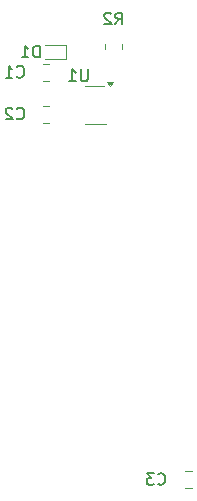
<source format=gbr>
%TF.GenerationSoftware,KiCad,Pcbnew,9.0.2*%
%TF.CreationDate,2025-06-25T22:40:44-04:00*%
%TF.ProjectId,NK_BMS,4e4b5f42-4d53-42e6-9b69-6361645f7063,rev?*%
%TF.SameCoordinates,Original*%
%TF.FileFunction,Legend,Bot*%
%TF.FilePolarity,Positive*%
%FSLAX46Y46*%
G04 Gerber Fmt 4.6, Leading zero omitted, Abs format (unit mm)*
G04 Created by KiCad (PCBNEW 9.0.2) date 2025-06-25 22:40:44*
%MOMM*%
%LPD*%
G01*
G04 APERTURE LIST*
%ADD10C,0.150000*%
%ADD11C,0.120000*%
G04 APERTURE END LIST*
D10*
X135066666Y-119259580D02*
X135114285Y-119307200D01*
X135114285Y-119307200D02*
X135257142Y-119354819D01*
X135257142Y-119354819D02*
X135352380Y-119354819D01*
X135352380Y-119354819D02*
X135495237Y-119307200D01*
X135495237Y-119307200D02*
X135590475Y-119211961D01*
X135590475Y-119211961D02*
X135638094Y-119116723D01*
X135638094Y-119116723D02*
X135685713Y-118926247D01*
X135685713Y-118926247D02*
X135685713Y-118783390D01*
X135685713Y-118783390D02*
X135638094Y-118592914D01*
X135638094Y-118592914D02*
X135590475Y-118497676D01*
X135590475Y-118497676D02*
X135495237Y-118402438D01*
X135495237Y-118402438D02*
X135352380Y-118354819D01*
X135352380Y-118354819D02*
X135257142Y-118354819D01*
X135257142Y-118354819D02*
X135114285Y-118402438D01*
X135114285Y-118402438D02*
X135066666Y-118450057D01*
X134733332Y-118354819D02*
X134114285Y-118354819D01*
X134114285Y-118354819D02*
X134447618Y-118735771D01*
X134447618Y-118735771D02*
X134304761Y-118735771D01*
X134304761Y-118735771D02*
X134209523Y-118783390D01*
X134209523Y-118783390D02*
X134161904Y-118831009D01*
X134161904Y-118831009D02*
X134114285Y-118926247D01*
X134114285Y-118926247D02*
X134114285Y-119164342D01*
X134114285Y-119164342D02*
X134161904Y-119259580D01*
X134161904Y-119259580D02*
X134209523Y-119307200D01*
X134209523Y-119307200D02*
X134304761Y-119354819D01*
X134304761Y-119354819D02*
X134590475Y-119354819D01*
X134590475Y-119354819D02*
X134685713Y-119307200D01*
X134685713Y-119307200D02*
X134733332Y-119259580D01*
X123116666Y-84759580D02*
X123164285Y-84807200D01*
X123164285Y-84807200D02*
X123307142Y-84854819D01*
X123307142Y-84854819D02*
X123402380Y-84854819D01*
X123402380Y-84854819D02*
X123545237Y-84807200D01*
X123545237Y-84807200D02*
X123640475Y-84711961D01*
X123640475Y-84711961D02*
X123688094Y-84616723D01*
X123688094Y-84616723D02*
X123735713Y-84426247D01*
X123735713Y-84426247D02*
X123735713Y-84283390D01*
X123735713Y-84283390D02*
X123688094Y-84092914D01*
X123688094Y-84092914D02*
X123640475Y-83997676D01*
X123640475Y-83997676D02*
X123545237Y-83902438D01*
X123545237Y-83902438D02*
X123402380Y-83854819D01*
X123402380Y-83854819D02*
X123307142Y-83854819D01*
X123307142Y-83854819D02*
X123164285Y-83902438D01*
X123164285Y-83902438D02*
X123116666Y-83950057D01*
X122164285Y-84854819D02*
X122735713Y-84854819D01*
X122449999Y-84854819D02*
X122449999Y-83854819D01*
X122449999Y-83854819D02*
X122545237Y-83997676D01*
X122545237Y-83997676D02*
X122640475Y-84092914D01*
X122640475Y-84092914D02*
X122735713Y-84140533D01*
X129111904Y-84154819D02*
X129111904Y-84964342D01*
X129111904Y-84964342D02*
X129064285Y-85059580D01*
X129064285Y-85059580D02*
X129016666Y-85107200D01*
X129016666Y-85107200D02*
X128921428Y-85154819D01*
X128921428Y-85154819D02*
X128730952Y-85154819D01*
X128730952Y-85154819D02*
X128635714Y-85107200D01*
X128635714Y-85107200D02*
X128588095Y-85059580D01*
X128588095Y-85059580D02*
X128540476Y-84964342D01*
X128540476Y-84964342D02*
X128540476Y-84154819D01*
X127540476Y-85154819D02*
X128111904Y-85154819D01*
X127826190Y-85154819D02*
X127826190Y-84154819D01*
X127826190Y-84154819D02*
X127921428Y-84297676D01*
X127921428Y-84297676D02*
X128016666Y-84392914D01*
X128016666Y-84392914D02*
X128111904Y-84440533D01*
X123116666Y-88309580D02*
X123164285Y-88357200D01*
X123164285Y-88357200D02*
X123307142Y-88404819D01*
X123307142Y-88404819D02*
X123402380Y-88404819D01*
X123402380Y-88404819D02*
X123545237Y-88357200D01*
X123545237Y-88357200D02*
X123640475Y-88261961D01*
X123640475Y-88261961D02*
X123688094Y-88166723D01*
X123688094Y-88166723D02*
X123735713Y-87976247D01*
X123735713Y-87976247D02*
X123735713Y-87833390D01*
X123735713Y-87833390D02*
X123688094Y-87642914D01*
X123688094Y-87642914D02*
X123640475Y-87547676D01*
X123640475Y-87547676D02*
X123545237Y-87452438D01*
X123545237Y-87452438D02*
X123402380Y-87404819D01*
X123402380Y-87404819D02*
X123307142Y-87404819D01*
X123307142Y-87404819D02*
X123164285Y-87452438D01*
X123164285Y-87452438D02*
X123116666Y-87500057D01*
X122735713Y-87500057D02*
X122688094Y-87452438D01*
X122688094Y-87452438D02*
X122592856Y-87404819D01*
X122592856Y-87404819D02*
X122354761Y-87404819D01*
X122354761Y-87404819D02*
X122259523Y-87452438D01*
X122259523Y-87452438D02*
X122211904Y-87500057D01*
X122211904Y-87500057D02*
X122164285Y-87595295D01*
X122164285Y-87595295D02*
X122164285Y-87690533D01*
X122164285Y-87690533D02*
X122211904Y-87833390D01*
X122211904Y-87833390D02*
X122783332Y-88404819D01*
X122783332Y-88404819D02*
X122164285Y-88404819D01*
X125038094Y-83154819D02*
X125038094Y-82154819D01*
X125038094Y-82154819D02*
X124799999Y-82154819D01*
X124799999Y-82154819D02*
X124657142Y-82202438D01*
X124657142Y-82202438D02*
X124561904Y-82297676D01*
X124561904Y-82297676D02*
X124514285Y-82392914D01*
X124514285Y-82392914D02*
X124466666Y-82583390D01*
X124466666Y-82583390D02*
X124466666Y-82726247D01*
X124466666Y-82726247D02*
X124514285Y-82916723D01*
X124514285Y-82916723D02*
X124561904Y-83011961D01*
X124561904Y-83011961D02*
X124657142Y-83107200D01*
X124657142Y-83107200D02*
X124799999Y-83154819D01*
X124799999Y-83154819D02*
X125038094Y-83154819D01*
X123514285Y-83154819D02*
X124085713Y-83154819D01*
X123799999Y-83154819D02*
X123799999Y-82154819D01*
X123799999Y-82154819D02*
X123895237Y-82297676D01*
X123895237Y-82297676D02*
X123990475Y-82392914D01*
X123990475Y-82392914D02*
X124085713Y-82440533D01*
X131466666Y-80354819D02*
X131799999Y-79878628D01*
X132038094Y-80354819D02*
X132038094Y-79354819D01*
X132038094Y-79354819D02*
X131657142Y-79354819D01*
X131657142Y-79354819D02*
X131561904Y-79402438D01*
X131561904Y-79402438D02*
X131514285Y-79450057D01*
X131514285Y-79450057D02*
X131466666Y-79545295D01*
X131466666Y-79545295D02*
X131466666Y-79688152D01*
X131466666Y-79688152D02*
X131514285Y-79783390D01*
X131514285Y-79783390D02*
X131561904Y-79831009D01*
X131561904Y-79831009D02*
X131657142Y-79878628D01*
X131657142Y-79878628D02*
X132038094Y-79878628D01*
X131085713Y-79450057D02*
X131038094Y-79402438D01*
X131038094Y-79402438D02*
X130942856Y-79354819D01*
X130942856Y-79354819D02*
X130704761Y-79354819D01*
X130704761Y-79354819D02*
X130609523Y-79402438D01*
X130609523Y-79402438D02*
X130561904Y-79450057D01*
X130561904Y-79450057D02*
X130514285Y-79545295D01*
X130514285Y-79545295D02*
X130514285Y-79640533D01*
X130514285Y-79640533D02*
X130561904Y-79783390D01*
X130561904Y-79783390D02*
X131133332Y-80354819D01*
X131133332Y-80354819D02*
X130514285Y-80354819D01*
D11*
%TO.C,C3*%
X137388748Y-118165000D02*
X137911252Y-118165000D01*
X137388748Y-119635000D02*
X137911252Y-119635000D01*
%TO.C,C1*%
X125338748Y-83665000D02*
X125861252Y-83665000D01*
X125338748Y-85135000D02*
X125861252Y-85135000D01*
%TO.C,U1*%
X129700000Y-85540000D02*
X128900000Y-85540000D01*
X129700000Y-85540000D02*
X130500000Y-85540000D01*
X130700000Y-88760000D02*
X128900000Y-88760000D01*
X131000000Y-85590000D02*
X130760000Y-85260000D01*
X131240000Y-85260000D01*
X131000000Y-85590000D01*
G36*
X131000000Y-85590000D02*
G01*
X130760000Y-85260000D01*
X131240000Y-85260000D01*
X131000000Y-85590000D01*
G37*
%TO.C,C2*%
X125338748Y-87265000D02*
X125861252Y-87265000D01*
X125338748Y-88735000D02*
X125861252Y-88735000D01*
%TO.C,D1*%
X125500000Y-82090000D02*
X127315000Y-82090000D01*
X127315000Y-82090000D02*
X127315000Y-83310000D01*
X127315000Y-83310000D02*
X125500000Y-83310000D01*
%TO.C,R2*%
X132035000Y-82427064D02*
X132035000Y-81972936D01*
X130565000Y-82427064D02*
X130565000Y-81972936D01*
%TD*%
M02*

</source>
